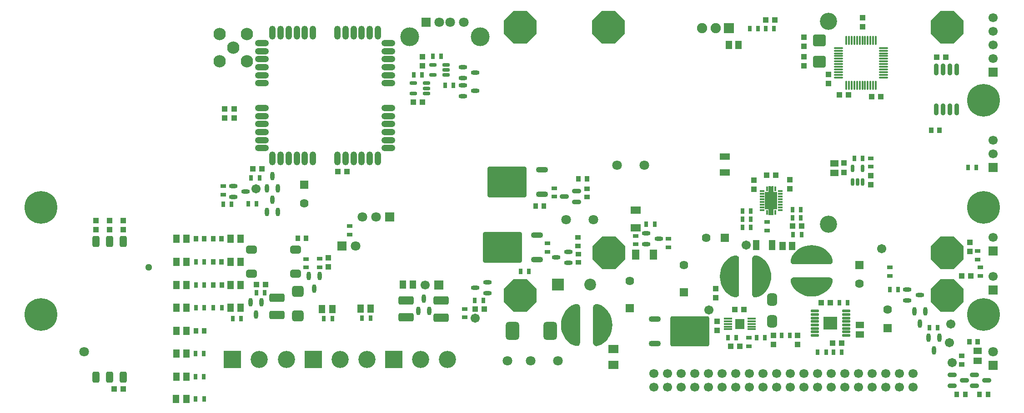
<source format=gts>
G04*
G04 #@! TF.GenerationSoftware,Altium Limited,Altium Designer,18.1.9 (240)*
G04*
G04 Layer_Color=8388736*
%FSLAX24Y24*%
%MOIN*%
G70*
G01*
G75*
%ADD48R,0.0356X0.0434*%
%ADD49R,0.0434X0.0356*%
%ADD50O,0.0671X0.0361*%
%ADD51O,0.0886X0.0433*%
G04:AMPARAMS|DCode=52|XSize=287.5mil|YSize=226.5mil|CornerRadius=14.9mil|HoleSize=0mil|Usage=FLASHONLY|Rotation=180.000|XOffset=0mil|YOffset=0mil|HoleType=Round|Shape=RoundedRectangle|*
%AMROUNDEDRECTD52*
21,1,0.2875,0.1967,0,0,180.0*
21,1,0.2577,0.2265,0,0,180.0*
1,1,0.0299,-0.1288,0.0983*
1,1,0.0299,0.1288,0.0983*
1,1,0.0299,0.1288,-0.0983*
1,1,0.0299,-0.1288,-0.0983*
%
%ADD52ROUNDEDRECTD52*%
%ADD53R,0.0493X0.0631*%
%ADD54R,0.0631X0.0493*%
G04:AMPARAMS|DCode=55|XSize=78.9mil|YSize=59.2mil|CornerRadius=16.8mil|HoleSize=0mil|Usage=FLASHONLY|Rotation=0.000|XOffset=0mil|YOffset=0mil|HoleType=Round|Shape=RoundedRectangle|*
%AMROUNDEDRECTD55*
21,1,0.0789,0.0256,0,0,0.0*
21,1,0.0453,0.0592,0,0,0.0*
1,1,0.0336,0.0226,-0.0128*
1,1,0.0336,-0.0226,-0.0128*
1,1,0.0336,-0.0226,0.0128*
1,1,0.0336,0.0226,0.0128*
%
%ADD55ROUNDEDRECTD55*%
%ADD56C,0.0671*%
G04:AMPARAMS|DCode=57|XSize=136mil|YSize=98.6mil|CornerRadius=26.6mil|HoleSize=0mil|Usage=FLASHONLY|Rotation=90.000|XOffset=0mil|YOffset=0mil|HoleType=Round|Shape=RoundedRectangle|*
%AMROUNDEDRECTD57*
21,1,0.1360,0.0453,0,0,90.0*
21,1,0.0827,0.0986,0,0,90.0*
1,1,0.0533,0.0226,0.0413*
1,1,0.0533,0.0226,-0.0413*
1,1,0.0533,-0.0226,-0.0413*
1,1,0.0533,-0.0226,0.0413*
%
%ADD57ROUNDEDRECTD57*%
%ADD58R,0.0493X0.0769*%
%ADD59R,0.0769X0.0493*%
%ADD60R,0.0433X0.0394*%
%ADD61O,0.0472X0.1024*%
%ADD62O,0.1024X0.0472*%
%ADD63R,0.0315X0.0394*%
%ADD64R,0.0394X0.0315*%
%ADD65O,0.0630X0.0320*%
%ADD66O,0.0276X0.0571*%
%ADD67R,0.0394X0.0433*%
%ADD68R,0.0610X0.0492*%
%ADD69O,0.0157X0.0669*%
%ADD70O,0.0669X0.0157*%
%ADD71O,0.0335X0.0889*%
G04:AMPARAMS|DCode=72|XSize=94.5mil|YSize=86.6mil|CornerRadius=14.4mil|HoleSize=0mil|Usage=FLASHONLY|Rotation=0.000|XOffset=0mil|YOffset=0mil|HoleType=Round|Shape=RoundedRectangle|*
%AMROUNDEDRECTD72*
21,1,0.0945,0.0579,0,0,0.0*
21,1,0.0657,0.0866,0,0,0.0*
1,1,0.0287,0.0329,-0.0289*
1,1,0.0287,-0.0329,-0.0289*
1,1,0.0287,-0.0329,0.0289*
1,1,0.0287,0.0329,0.0289*
%
%ADD72ROUNDEDRECTD72*%
%ADD73R,0.0433X0.0433*%
%ADD74R,0.0492X0.0610*%
%ADD75R,0.1004X0.0945*%
%ADD76O,0.0630X0.0217*%
%ADD77O,0.0320X0.0630*%
%ADD78O,0.0374X0.0157*%
%ADD79O,0.0157X0.0374*%
%ADD80R,0.0433X0.0827*%
%ADD81O,0.0571X0.0276*%
%ADD82R,0.0453X0.0591*%
G04:AMPARAMS|DCode=83|XSize=86.6mil|YSize=82.7mil|CornerRadius=21.7mil|HoleSize=0mil|Usage=FLASHONLY|Rotation=180.000|XOffset=0mil|YOffset=0mil|HoleType=Round|Shape=RoundedRectangle|*
%AMROUNDEDRECTD83*
21,1,0.0866,0.0394,0,0,180.0*
21,1,0.0433,0.0827,0,0,180.0*
1,1,0.0433,-0.0217,0.0197*
1,1,0.0433,0.0217,0.0197*
1,1,0.0433,0.0217,-0.0197*
1,1,0.0433,-0.0217,-0.0197*
%
%ADD83ROUNDEDRECTD83*%
G04:AMPARAMS|DCode=84|XSize=114.2mil|YSize=63mil|CornerRadius=16.7mil|HoleSize=0mil|Usage=FLASHONLY|Rotation=180.000|XOffset=0mil|YOffset=0mil|HoleType=Round|Shape=RoundedRectangle|*
%AMROUNDEDRECTD84*
21,1,0.1142,0.0295,0,0,180.0*
21,1,0.0807,0.0630,0,0,180.0*
1,1,0.0335,-0.0404,0.0148*
1,1,0.0335,0.0404,0.0148*
1,1,0.0335,0.0404,-0.0148*
1,1,0.0335,-0.0404,-0.0148*
%
%ADD84ROUNDEDRECTD84*%
%ADD85R,0.0433X0.0433*%
G04:AMPARAMS|DCode=86|XSize=90.6mil|YSize=72.8mil|CornerRadius=19.2mil|HoleSize=0mil|Usage=FLASHONLY|Rotation=90.000|XOffset=0mil|YOffset=0mil|HoleType=Round|Shape=RoundedRectangle|*
%AMROUNDEDRECTD86*
21,1,0.0906,0.0344,0,0,90.0*
21,1,0.0522,0.0728,0,0,90.0*
1,1,0.0384,0.0172,0.0261*
1,1,0.0384,0.0172,-0.0261*
1,1,0.0384,-0.0172,-0.0261*
1,1,0.0384,-0.0172,0.0261*
%
%ADD86ROUNDEDRECTD86*%
%ADD87R,0.0650X0.0768*%
%ADD88O,0.0610X0.0157*%
G04:AMPARAMS|DCode=89|XSize=55.1mil|YSize=76mil|CornerRadius=4.5mil|HoleSize=0mil|Usage=FLASHONLY|Rotation=90.000|XOffset=0mil|YOffset=0mil|HoleType=Round|Shape=RoundedRectangle|*
%AMROUNDEDRECTD89*
21,1,0.0551,0.0669,0,0,90.0*
21,1,0.0461,0.0760,0,0,90.0*
1,1,0.0091,0.0335,0.0230*
1,1,0.0091,0.0335,-0.0230*
1,1,0.0091,-0.0335,-0.0230*
1,1,0.0091,-0.0335,0.0230*
%
%ADD89ROUNDEDRECTD89*%
G04:AMPARAMS|DCode=90|XSize=55.1mil|YSize=76mil|CornerRadius=4.5mil|HoleSize=0mil|Usage=FLASHONLY|Rotation=0.000|XOffset=0mil|YOffset=0mil|HoleType=Round|Shape=RoundedRectangle|*
%AMROUNDEDRECTD90*
21,1,0.0551,0.0669,0,0,0.0*
21,1,0.0461,0.0760,0,0,0.0*
1,1,0.0091,0.0230,-0.0335*
1,1,0.0091,-0.0230,-0.0335*
1,1,0.0091,-0.0230,0.0335*
1,1,0.0091,0.0230,0.0335*
%
%ADD90ROUNDEDRECTD90*%
G04:AMPARAMS|DCode=91|XSize=283.5mil|YSize=222.4mil|CornerRadius=12.9mil|HoleSize=0mil|Usage=FLASHONLY|Rotation=0.000|XOffset=0mil|YOffset=0mil|HoleType=Round|Shape=RoundedRectangle|*
%AMROUNDEDRECTD91*
21,1,0.2835,0.1967,0,0,0.0*
21,1,0.2577,0.2224,0,0,0.0*
1,1,0.0258,0.1288,-0.0983*
1,1,0.0258,-0.1288,-0.0983*
1,1,0.0258,-0.1288,0.0983*
1,1,0.0258,0.1288,0.0983*
%
%ADD91ROUNDEDRECTD91*%
%ADD92R,0.0748X0.0591*%
G04:AMPARAMS|DCode=93|XSize=82.7mil|YSize=51.2mil|CornerRadius=13.8mil|HoleSize=0mil|Usage=FLASHONLY|Rotation=270.000|XOffset=0mil|YOffset=0mil|HoleType=Round|Shape=RoundedRectangle|*
%AMROUNDEDRECTD93*
21,1,0.0827,0.0236,0,0,270.0*
21,1,0.0551,0.0512,0,0,270.0*
1,1,0.0276,-0.0118,-0.0276*
1,1,0.0276,-0.0118,0.0276*
1,1,0.0276,0.0118,0.0276*
1,1,0.0276,0.0118,-0.0276*
%
%ADD93ROUNDEDRECTD93*%
%ADD94C,0.0710*%
%ADD95C,0.1261*%
%ADD96C,0.1379*%
%ADD97R,0.0710X0.0710*%
%ADD98R,0.0710X0.0710*%
%ADD99R,0.1261X0.1261*%
%ADD100C,0.0669*%
%ADD101C,0.0639*%
%ADD102R,0.0639X0.0639*%
%ADD103R,0.0639X0.0639*%
%ADD104R,0.0748X0.0748*%
%ADD105C,0.0748*%
%ADD106R,0.0669X0.0669*%
%ADD107C,0.0906*%
%ADD108C,0.0866*%
%ADD109R,0.0866X0.0866*%
%ADD110C,0.0512*%
%ADD111C,0.0709*%
%ADD112R,0.0669X0.0669*%
%ADD113P,0.2599X8X292.5*%
%ADD114C,0.2402*%
G36*
X40715Y7469D02*
X40723Y7470D01*
X40794Y7452D01*
X40800Y7447D01*
X40809Y7445D01*
X40868Y7401D01*
X40872Y7394D01*
X40879Y7389D01*
X40918Y7327D01*
X40919Y7319D01*
X40924Y7312D01*
X40937Y7240D01*
X40937Y7236D01*
X40938Y7232D01*
Y4626D01*
X40937Y4622D01*
X40937Y4618D01*
X40923Y4544D01*
X40919Y4537D01*
X40917Y4529D01*
X40877Y4465D01*
X40870Y4460D01*
X40866Y4453D01*
X40805Y4408D01*
X40797Y4406D01*
X40791Y4401D01*
X40718Y4382D01*
X40709Y4383D01*
X40701Y4381D01*
X40626Y4390D01*
X40623Y4392D01*
X40618Y4391D01*
X40489Y4432D01*
X40488Y4433D01*
X40486Y4433D01*
X40335Y4494D01*
X40332Y4496D01*
X40329Y4497D01*
X40189Y4580D01*
X40187Y4583D01*
X40184Y4584D01*
X40059Y4688D01*
X40058Y4689D01*
X40056Y4690D01*
X40052Y4694D01*
X40051Y4696D01*
X40050Y4696D01*
X39900Y4862D01*
X39899Y4865D01*
X39897Y4867D01*
X39771Y5051D01*
X39771Y5054D01*
X39768Y5056D01*
X39668Y5255D01*
X39668Y5258D01*
X39666Y5260D01*
X39593Y5470D01*
X39593Y5473D01*
X39592Y5476D01*
X39547Y5694D01*
X39548Y5697D01*
X39547Y5700D01*
X39532Y5922D01*
X39533Y5925D01*
X39532Y5928D01*
X39547Y6150D01*
X39548Y6153D01*
X39547Y6156D01*
X39592Y6374D01*
X39593Y6377D01*
X39593Y6380D01*
X39666Y6591D01*
X39668Y6593D01*
X39668Y6596D01*
X39768Y6795D01*
X39771Y6797D01*
X39771Y6800D01*
X39897Y6984D01*
X39899Y6985D01*
X39900Y6988D01*
X40050Y7154D01*
X40051Y7155D01*
X40052Y7156D01*
X40054Y7158D01*
X40056Y7159D01*
X40056Y7161D01*
X40183Y7266D01*
X40186Y7267D01*
X40188Y7270D01*
X40330Y7354D01*
X40333Y7355D01*
X40336Y7357D01*
X40489Y7418D01*
X40491Y7418D01*
X40492Y7419D01*
X40626Y7461D01*
X40630Y7461D01*
X40634Y7463D01*
X40707Y7472D01*
X40715Y7469D01*
D02*
G37*
G36*
X42208Y7461D02*
X42212Y7459D01*
X42216Y7459D01*
X42346Y7419D01*
X42347Y7417D01*
X42349Y7417D01*
X42500Y7357D01*
X42502Y7354D01*
X42506Y7354D01*
X42645Y7271D01*
X42648Y7268D01*
X42651Y7267D01*
X42776Y7163D01*
X42777Y7161D01*
X42779Y7161D01*
X42783Y7156D01*
X42784Y7155D01*
X42785Y7154D01*
X42934Y6988D01*
X42935Y6985D01*
X42938Y6984D01*
X43063Y6800D01*
X43064Y6797D01*
X43066Y6795D01*
X43167Y6596D01*
X43167Y6593D01*
X43169Y6591D01*
X43242Y6380D01*
X43241Y6377D01*
X43243Y6374D01*
X43287Y6156D01*
X43287Y6153D01*
X43288Y6150D01*
X43303Y5928D01*
X43302Y5925D01*
X43303Y5922D01*
X43288Y5700D01*
X43287Y5697D01*
X43287Y5694D01*
X43243Y5476D01*
X43241Y5473D01*
X43242Y5470D01*
X43169Y5260D01*
X43167Y5258D01*
X43167Y5254D01*
X43066Y5055D01*
X43064Y5053D01*
X43063Y5051D01*
X42938Y4867D01*
X42935Y4865D01*
X42934Y4862D01*
X42785Y4696D01*
X42784Y4696D01*
X42783Y4694D01*
X42781Y4692D01*
X42779Y4691D01*
X42778Y4690D01*
X42652Y4585D01*
X42648Y4584D01*
X42646Y4581D01*
X42505Y4496D01*
X42501Y4496D01*
X42499Y4493D01*
X42346Y4432D01*
X42344Y4432D01*
X42343Y4431D01*
X42209Y4389D01*
X42204Y4389D01*
X42201Y4387D01*
X42128Y4379D01*
X42120Y4381D01*
X42112Y4380D01*
X42041Y4399D01*
X42034Y4404D01*
X42026Y4406D01*
X41967Y4449D01*
X41963Y4456D01*
X41956Y4461D01*
X41917Y4523D01*
X41915Y4531D01*
X41911Y4538D01*
X41897Y4610D01*
X41898Y4614D01*
X41896Y4618D01*
Y7224D01*
X41898Y7228D01*
X41897Y7232D01*
X41911Y7306D01*
X41916Y7313D01*
X41917Y7321D01*
X41958Y7385D01*
X41964Y7390D01*
X41969Y7397D01*
X42029Y7442D01*
X42037Y7444D01*
X42044Y7449D01*
X42117Y7468D01*
X42125Y7467D01*
X42133Y7469D01*
X42208Y7461D01*
D02*
G37*
G36*
X52280Y7963D02*
X52276Y7965D01*
X52272Y7964D01*
X52142Y8005D01*
X52141Y8006D01*
X52139Y8006D01*
X51988Y8066D01*
X51986Y8069D01*
X51982Y8069D01*
X51843Y8153D01*
X51841Y8155D01*
X51837Y8157D01*
X51712Y8260D01*
X51711Y8262D01*
X51710Y8263D01*
X51705Y8267D01*
X51704Y8269D01*
X51703Y8269D01*
X51554Y8435D01*
X51553Y8438D01*
X51550Y8439D01*
X51425Y8623D01*
X51424Y8626D01*
X51422Y8628D01*
X51322Y8827D01*
X51321Y8830D01*
X51319Y8833D01*
X51247Y9043D01*
X51247Y9046D01*
X51245Y9049D01*
X51201Y9267D01*
X51201Y9270D01*
X51200Y9273D01*
X51185Y9495D01*
X51186Y9498D01*
X51185Y9501D01*
X51200Y9723D01*
X51201Y9726D01*
X51201Y9729D01*
X51245Y9947D01*
X51247Y9950D01*
X51247Y9953D01*
X51319Y10163D01*
X51321Y10166D01*
X51322Y10169D01*
X51422Y10368D01*
X51424Y10370D01*
X51425Y10373D01*
X51550Y10557D01*
X51553Y10558D01*
X51554Y10561D01*
X51703Y10727D01*
X51704Y10727D01*
X51705Y10729D01*
X51707Y10731D01*
X51709Y10732D01*
X51710Y10733D01*
X51837Y10839D01*
X51840Y10840D01*
X51842Y10843D01*
X51983Y10927D01*
X51987Y10927D01*
X51989Y10930D01*
X52142Y10991D01*
X52144Y10991D01*
X52145Y10992D01*
X52280Y11034D01*
X52284Y11034D01*
X52287Y11036D01*
X52360Y11044D01*
X52368Y11042D01*
X52376Y11043D01*
X52447Y11024D01*
X52454Y11019D01*
X52462Y11017D01*
X52521Y10974D01*
X52525Y10967D01*
X52532Y10962D01*
X52571Y10900D01*
X52573Y10892D01*
X52577Y10885D01*
X52591Y10813D01*
X52590Y10809D01*
X52592Y10805D01*
Y8199D01*
X52590Y8195D01*
X52591Y8191D01*
X52577Y8117D01*
X52572Y8110D01*
X52571Y8102D01*
X52531Y8038D01*
X52524Y8033D01*
X52520Y8026D01*
X52459Y7981D01*
X52451Y7979D01*
X52444Y7974D01*
X52371Y7955D01*
X52363Y7956D01*
X52355Y7954D01*
X52280Y7963D01*
D02*
G37*
G36*
X55114Y16122D02*
X55122Y16098D01*
Y15701D01*
X55358D01*
X55378Y15697D01*
X55386Y15677D01*
Y14437D01*
X55378Y14425D01*
X55366Y14417D01*
X55122D01*
Y14008D01*
X55114Y13992D01*
X55098Y13982D01*
X55000D01*
X54969Y13995D01*
X54957Y14026D01*
Y14268D01*
X54925D01*
Y14026D01*
X54913Y13995D01*
X54882Y13982D01*
X54783D01*
X54772Y13992D01*
X54764Y14008D01*
X54760Y14020D01*
Y14417D01*
X54516D01*
X54504Y14425D01*
X54496Y14437D01*
Y15681D01*
X54504Y15693D01*
X54520Y15701D01*
X54760D01*
Y16106D01*
X54764Y16118D01*
X54772Y16130D01*
X54783Y16136D01*
X54882D01*
X54913Y16123D01*
X54925Y16093D01*
Y15850D01*
X54957D01*
Y16093D01*
X54969Y16123D01*
X55000Y16136D01*
X55098D01*
X55114Y16122D01*
D02*
G37*
G36*
X58139Y11772D02*
X58141Y11771D01*
X58144Y11772D01*
X58363Y11727D01*
X58365Y11726D01*
X58368Y11726D01*
X58579Y11653D01*
X58581Y11651D01*
X58584Y11651D01*
X58783Y11551D01*
X58785Y11548D01*
X58788Y11548D01*
X58972Y11422D01*
X58974Y11419D01*
X58977Y11418D01*
X59142Y11269D01*
X59143Y11268D01*
X59144Y11267D01*
X59147Y11265D01*
X59147Y11263D01*
X59149Y11263D01*
X59254Y11136D01*
X59255Y11133D01*
X59258Y11130D01*
X59342Y10989D01*
X59343Y10985D01*
X59345Y10983D01*
X59406Y10830D01*
X59406Y10828D01*
X59408Y10827D01*
X59450Y10693D01*
X59449Y10689D01*
X59451Y10685D01*
X59460Y10612D01*
X59457Y10604D01*
X59459Y10596D01*
X59440Y10525D01*
X59435Y10518D01*
X59433Y10510D01*
X59389Y10451D01*
X59382Y10447D01*
X59378Y10440D01*
X59315Y10401D01*
X59307Y10400D01*
X59300Y10395D01*
X59228Y10381D01*
X59224Y10382D01*
X59220Y10381D01*
X56614D01*
X56611Y10382D01*
X56606Y10381D01*
X56532Y10396D01*
X56525Y10400D01*
X56517Y10401D01*
X56453Y10442D01*
X56448Y10449D01*
X56441Y10453D01*
X56397Y10514D01*
X56395Y10522D01*
X56390Y10528D01*
X56370Y10601D01*
X56371Y10610D01*
X56369Y10617D01*
X56378Y10693D01*
X56380Y10696D01*
X56380Y10700D01*
X56420Y10830D01*
X56421Y10831D01*
X56421Y10833D01*
X56482Y10984D01*
X56484Y10987D01*
X56485Y10990D01*
X56568Y11130D01*
X56571Y11132D01*
X56572Y11135D01*
X56676Y11260D01*
X56677Y11261D01*
X56678Y11263D01*
X56683Y11267D01*
X56684Y11268D01*
X56685Y11269D01*
X56850Y11418D01*
X56853Y11419D01*
X56855Y11422D01*
X57039Y11548D01*
X57042Y11548D01*
X57044Y11551D01*
X57243Y11651D01*
X57246Y11651D01*
X57248Y11653D01*
X57459Y11726D01*
X57462Y11726D01*
X57464Y11727D01*
X57682Y11772D01*
X57685Y11771D01*
X57688Y11772D01*
X57911Y11787D01*
X57913Y11786D01*
X57916Y11787D01*
X58139Y11772D01*
D02*
G37*
G36*
X53862Y11034D02*
X53866Y11031D01*
X53870Y11032D01*
X53999Y10991D01*
X54001Y10990D01*
X54002Y10990D01*
X54153Y10930D01*
X54156Y10927D01*
X54159Y10927D01*
X54299Y10843D01*
X54301Y10841D01*
X54305Y10840D01*
X54430Y10736D01*
X54430Y10734D01*
X54432Y10733D01*
X54437Y10729D01*
X54437Y10727D01*
X54439Y10727D01*
X54588Y10561D01*
X54589Y10558D01*
X54591Y10557D01*
X54717Y10373D01*
X54718Y10370D01*
X54720Y10368D01*
X54820Y10169D01*
X54820Y10166D01*
X54822Y10163D01*
X54895Y9953D01*
X54895Y9950D01*
X54897Y9947D01*
X54941Y9729D01*
X54940Y9726D01*
X54942Y9723D01*
X54956Y9501D01*
X54956Y9498D01*
X54956Y9495D01*
X54942Y9273D01*
X54940Y9270D01*
X54941Y9267D01*
X54897Y9049D01*
X54895Y9046D01*
X54895Y9043D01*
X54822Y8833D01*
X54820Y8830D01*
X54820Y8827D01*
X54720Y8628D01*
X54718Y8626D01*
X54717Y8623D01*
X54591Y8439D01*
X54589Y8438D01*
X54588Y8435D01*
X54439Y8269D01*
X54437Y8269D01*
X54437Y8267D01*
X54434Y8265D01*
X54433Y8264D01*
X54432Y8263D01*
X54305Y8157D01*
X54302Y8156D01*
X54300Y8154D01*
X54158Y8069D01*
X54155Y8069D01*
X54152Y8066D01*
X53999Y8005D01*
X53998Y8005D01*
X53996Y8004D01*
X53862Y7962D01*
X53858Y7962D01*
X53854Y7960D01*
X53781Y7952D01*
X53773Y7954D01*
X53765Y7953D01*
X53694Y7972D01*
X53688Y7977D01*
X53680Y7979D01*
X53621Y8022D01*
X53616Y8029D01*
X53610Y8034D01*
X53570Y8096D01*
X53569Y8104D01*
X53564Y8111D01*
X53551Y8183D01*
X53552Y8187D01*
X53550Y8191D01*
Y10797D01*
X53552Y10801D01*
X53551Y10805D01*
X53565Y10879D01*
X53569Y10886D01*
X53571Y10894D01*
X53611Y10958D01*
X53618Y10963D01*
X53622Y10970D01*
X53683Y11015D01*
X53691Y11017D01*
X53698Y11022D01*
X53771Y11041D01*
X53779Y11040D01*
X53787Y11042D01*
X53862Y11034D01*
D02*
G37*
G36*
X59216Y9421D02*
X59220Y9422D01*
X59295Y9408D01*
X59302Y9403D01*
X59310Y9402D01*
X59374Y9361D01*
X59378Y9355D01*
X59385Y9350D01*
X59430Y9289D01*
X59432Y9281D01*
X59437Y9275D01*
X59456Y9202D01*
X59455Y9194D01*
X59458Y9186D01*
X59449Y9111D01*
X59447Y9107D01*
X59447Y9103D01*
X59407Y8973D01*
X59406Y8972D01*
X59406Y8970D01*
X59345Y8819D01*
X59343Y8817D01*
X59342Y8813D01*
X59259Y8673D01*
X59256Y8671D01*
X59255Y8668D01*
X59151Y8543D01*
X59149Y8542D01*
X59149Y8540D01*
X59144Y8536D01*
X59143Y8535D01*
X59142Y8534D01*
X58977Y8385D01*
X58974Y8384D01*
X58972Y8381D01*
X58788Y8255D01*
X58785Y8255D01*
X58783Y8253D01*
X58584Y8152D01*
X58581Y8152D01*
X58579Y8150D01*
X58368Y8077D01*
X58365Y8077D01*
X58363Y8076D01*
X58144Y8032D01*
X58141Y8032D01*
X58139Y8031D01*
X57916Y8016D01*
X57913Y8017D01*
X57910Y8016D01*
X57688Y8031D01*
X57685Y8032D01*
X57682Y8032D01*
X57464Y8076D01*
X57462Y8077D01*
X57459Y8077D01*
X57248Y8150D01*
X57246Y8152D01*
X57243Y8152D01*
X57044Y8253D01*
X57042Y8255D01*
X57039Y8255D01*
X56855Y8381D01*
X56853Y8384D01*
X56850Y8385D01*
X56685Y8534D01*
X56684Y8535D01*
X56683Y8536D01*
X56680Y8538D01*
X56680Y8540D01*
X56678Y8541D01*
X56573Y8667D01*
X56572Y8671D01*
X56569Y8673D01*
X56485Y8814D01*
X56484Y8818D01*
X56482Y8820D01*
X56420Y8973D01*
X56420Y8975D01*
X56419Y8976D01*
X56377Y9110D01*
X56378Y9115D01*
X56376Y9118D01*
X56367Y9191D01*
X56369Y9199D01*
X56368Y9207D01*
X56387Y9278D01*
X56392Y9285D01*
X56394Y9293D01*
X56437Y9352D01*
X56444Y9356D01*
X56449Y9363D01*
X56511Y9402D01*
X56519Y9403D01*
X56526Y9408D01*
X56598Y9422D01*
X56603Y9421D01*
X56607Y9422D01*
X59212D01*
X59216Y9421D01*
D02*
G37*
D48*
X13376Y12257D02*
D03*
X12766D02*
D03*
X38278Y14665D02*
D03*
X37668D02*
D03*
X41437Y16663D02*
D03*
X40827D02*
D03*
X69173Y817D02*
D03*
X68563D02*
D03*
X70837D02*
D03*
X70227D02*
D03*
X67283Y20226D02*
D03*
X66673D02*
D03*
X69488Y4709D02*
D03*
X70098D02*
D03*
X20236Y12283D02*
D03*
X20846D02*
D03*
X12766Y5506D02*
D03*
X13376D02*
D03*
X14656Y12248D02*
D03*
X14046D02*
D03*
X14656Y10572D02*
D03*
X14046D02*
D03*
X14675Y8867D02*
D03*
X14065D02*
D03*
D49*
X40797Y12352D02*
D03*
Y11742D02*
D03*
X41437Y15945D02*
D03*
Y15335D02*
D03*
X40807Y10522D02*
D03*
Y11132D02*
D03*
X68907Y3652D02*
D03*
Y3042D02*
D03*
D50*
X40684Y14951D02*
D03*
Y15751D02*
D03*
X39774Y15351D02*
D03*
X68214Y2264D02*
D03*
Y1464D02*
D03*
X69124Y1864D02*
D03*
X69838Y2272D02*
D03*
Y1472D02*
D03*
X70748Y1872D02*
D03*
D51*
X38140Y17315D02*
D03*
Y15520D02*
D03*
X37795Y12531D02*
D03*
Y10736D02*
D03*
X46427Y6360D02*
D03*
Y4565D02*
D03*
D52*
X35581Y16417D02*
D03*
X35236Y11634D02*
D03*
D53*
X22766Y7106D02*
D03*
X22018D02*
D03*
X15315Y8877D02*
D03*
X16063D02*
D03*
X12088Y12248D02*
D03*
X11340D02*
D03*
X12087Y5506D02*
D03*
X11339D02*
D03*
X15315Y12254D02*
D03*
X16063D02*
D03*
X15315Y10571D02*
D03*
X16063D02*
D03*
X15315Y7192D02*
D03*
X16063D02*
D03*
X25581Y7116D02*
D03*
X24833D02*
D03*
D54*
X70098Y4045D02*
D03*
Y3297D02*
D03*
D55*
X16860Y9685D02*
D03*
Y11457D02*
D03*
X20089Y9685D02*
D03*
Y11457D02*
D03*
D56*
X17185Y15915D02*
D03*
X33234Y6437D02*
D03*
X53130Y11801D02*
D03*
X50374Y7018D02*
D03*
X68130Y6004D02*
D03*
X68022Y4636D02*
D03*
X68199Y3169D02*
D03*
X63061Y11526D02*
D03*
D57*
X35984Y5512D02*
D03*
X38740D02*
D03*
D58*
X53858Y11782D02*
D03*
X55000D02*
D03*
D59*
X51545Y18287D02*
D03*
Y17146D02*
D03*
D60*
X67069Y25581D02*
D03*
X67739D02*
D03*
X55226Y28327D02*
D03*
X54557D02*
D03*
X33903Y7106D02*
D03*
X33233D02*
D03*
X62992Y22709D02*
D03*
X62323D02*
D03*
X59961Y22817D02*
D03*
X60630D02*
D03*
X59449Y4596D02*
D03*
X60118D02*
D03*
X58612Y7559D02*
D03*
X59282D02*
D03*
X54626Y16939D02*
D03*
X55295D02*
D03*
X56516Y13199D02*
D03*
X57185D02*
D03*
X68917Y9547D02*
D03*
X69587D02*
D03*
X29390Y22313D02*
D03*
X28720D02*
D03*
X23169Y17185D02*
D03*
X23839D02*
D03*
X16939Y17382D02*
D03*
X17608D02*
D03*
X17874Y8898D02*
D03*
X17205D02*
D03*
X51968Y4374D02*
D03*
X52638D02*
D03*
X52943Y7080D02*
D03*
X52274D02*
D03*
X6770Y1230D02*
D03*
X7440D02*
D03*
D61*
X26111Y27402D02*
D03*
Y18150D02*
D03*
X18985Y27402D02*
D03*
X18394D02*
D03*
X19576D02*
D03*
X20166D02*
D03*
X20757D02*
D03*
X21347D02*
D03*
X24930D02*
D03*
X23158D02*
D03*
X23749D02*
D03*
X24339D02*
D03*
X25520D02*
D03*
X19576Y18150D02*
D03*
X18985D02*
D03*
X18394D02*
D03*
X21347D02*
D03*
X20757D02*
D03*
X20166D02*
D03*
X25520D02*
D03*
X24930D02*
D03*
X24339D02*
D03*
X23749D02*
D03*
X23158D02*
D03*
D62*
X17627Y18917D02*
D03*
Y21870D02*
D03*
Y24862D02*
D03*
X26879Y18917D02*
D03*
Y21870D02*
D03*
Y24862D02*
D03*
X17627Y19508D02*
D03*
Y20098D02*
D03*
Y20689D02*
D03*
Y21280D02*
D03*
Y23681D02*
D03*
Y24272D02*
D03*
Y25453D02*
D03*
Y26043D02*
D03*
Y26634D02*
D03*
X26879Y19508D02*
D03*
Y20098D02*
D03*
Y20689D02*
D03*
Y21280D02*
D03*
Y23681D02*
D03*
Y24272D02*
D03*
Y26043D02*
D03*
Y25453D02*
D03*
Y26634D02*
D03*
D63*
X36585Y9852D02*
D03*
X37195D02*
D03*
X24961Y6417D02*
D03*
X25571D02*
D03*
X14065Y7202D02*
D03*
X14675D02*
D03*
X61053Y18179D02*
D03*
X61663D02*
D03*
X53368Y27697D02*
D03*
X53978D02*
D03*
X54550D02*
D03*
X55160D02*
D03*
X33224Y7717D02*
D03*
X33834D02*
D03*
X58966Y3937D02*
D03*
X58356D02*
D03*
X60118D02*
D03*
X59508D02*
D03*
X60551Y7560D02*
D03*
X59941D02*
D03*
X63652Y8533D02*
D03*
X64262D02*
D03*
X66546Y5728D02*
D03*
X67156D02*
D03*
X52835Y13100D02*
D03*
X53445D02*
D03*
X52835Y13701D02*
D03*
X53445D02*
D03*
X52835Y14301D02*
D03*
X53445D02*
D03*
X57126Y14400D02*
D03*
X56516D02*
D03*
X57126Y13799D02*
D03*
X56516D02*
D03*
X57175Y12580D02*
D03*
X56565D02*
D03*
X69980Y17500D02*
D03*
X69370D02*
D03*
X31044Y23533D02*
D03*
X31654D02*
D03*
X30138Y25650D02*
D03*
X30748D02*
D03*
X28750Y24281D02*
D03*
X29360D02*
D03*
X14784Y14793D02*
D03*
X15394D02*
D03*
X17224Y14823D02*
D03*
X16614D02*
D03*
X17441Y16742D02*
D03*
X16831D02*
D03*
X13356Y2126D02*
D03*
X12746D02*
D03*
X13376Y8867D02*
D03*
X12766D02*
D03*
X13376Y10572D02*
D03*
X12766D02*
D03*
X13376Y7202D02*
D03*
X12766D02*
D03*
X13356Y3821D02*
D03*
X12746D02*
D03*
X13366Y482D02*
D03*
X12756D02*
D03*
X17199Y8287D02*
D03*
X17809D02*
D03*
X16092Y6388D02*
D03*
X15482D02*
D03*
X22156Y6407D02*
D03*
X22766D02*
D03*
X55709Y5178D02*
D03*
X56319D02*
D03*
X54488Y4983D02*
D03*
X53878D02*
D03*
X51788Y5013D02*
D03*
X52398D02*
D03*
X46407Y13337D02*
D03*
X45797D02*
D03*
D64*
X38558Y11919D02*
D03*
Y11309D02*
D03*
X62264Y18179D02*
D03*
Y17569D02*
D03*
X32485Y7106D02*
D03*
Y6496D02*
D03*
X63652Y10157D02*
D03*
Y9547D02*
D03*
X54646Y12874D02*
D03*
Y13484D02*
D03*
X70266Y9538D02*
D03*
Y10148D02*
D03*
X70098Y11348D02*
D03*
Y10738D02*
D03*
X24065Y13189D02*
D03*
Y12579D02*
D03*
X14793Y15512D02*
D03*
Y16122D02*
D03*
X39045Y15964D02*
D03*
Y15354D02*
D03*
X21851Y10177D02*
D03*
Y10787D02*
D03*
X20837Y10758D02*
D03*
Y10148D02*
D03*
X53317Y4983D02*
D03*
Y4373D02*
D03*
X47421Y12254D02*
D03*
Y11644D02*
D03*
X45010Y11870D02*
D03*
Y12480D02*
D03*
D65*
X39183Y10902D02*
D03*
X40093Y11302D02*
D03*
Y10502D02*
D03*
X34144Y9078D02*
D03*
Y8278D02*
D03*
X33234Y8678D02*
D03*
X65836Y8133D02*
D03*
X64926Y7733D02*
D03*
Y8533D02*
D03*
X33243Y24475D02*
D03*
X32333Y24075D02*
D03*
Y24875D02*
D03*
X33243Y23133D02*
D03*
X32333Y22733D02*
D03*
Y23533D02*
D03*
X16427Y15722D02*
D03*
X15517Y15322D02*
D03*
Y16122D02*
D03*
X46702Y12259D02*
D03*
X45792Y11859D02*
D03*
Y12659D02*
D03*
D66*
X61663Y16435D02*
D03*
Y17419D02*
D03*
X60915Y16435D02*
D03*
Y17419D02*
D03*
X61289Y16435D02*
D03*
D67*
X60276Y17815D02*
D03*
Y17146D02*
D03*
X62264Y16240D02*
D03*
Y16909D02*
D03*
X61644Y28494D02*
D03*
Y27825D02*
D03*
X57363Y26390D02*
D03*
Y27059D02*
D03*
X57362Y25642D02*
D03*
Y24973D02*
D03*
X59163Y24323D02*
D03*
Y23654D02*
D03*
X56308Y15915D02*
D03*
Y16585D02*
D03*
X53681Y15886D02*
D03*
Y16555D02*
D03*
X69508Y11998D02*
D03*
Y11329D02*
D03*
X29370Y25630D02*
D03*
Y24961D02*
D03*
X22472Y10866D02*
D03*
Y10197D02*
D03*
X56890Y5168D02*
D03*
Y4499D02*
D03*
X55128Y5168D02*
D03*
Y4499D02*
D03*
X50881Y8593D02*
D03*
Y7923D02*
D03*
X50984Y6204D02*
D03*
Y5535D02*
D03*
X5442Y13612D02*
D03*
Y12943D02*
D03*
X6436Y13612D02*
D03*
Y12943D02*
D03*
X7440Y13593D02*
D03*
Y12923D02*
D03*
X15581Y21142D02*
D03*
Y21811D02*
D03*
X14882Y21142D02*
D03*
Y21811D02*
D03*
D68*
X59567Y17096D02*
D03*
Y17805D02*
D03*
X61447Y5236D02*
D03*
Y5945D02*
D03*
D69*
X60453Y23536D02*
D03*
X60650D02*
D03*
X60846D02*
D03*
X61043D02*
D03*
X61240D02*
D03*
X61437D02*
D03*
X61634D02*
D03*
X61831D02*
D03*
X62028D02*
D03*
X62224D02*
D03*
Y26843D02*
D03*
X62028D02*
D03*
X61831D02*
D03*
X61634D02*
D03*
X61437D02*
D03*
X61240D02*
D03*
X61043D02*
D03*
X60846D02*
D03*
X60650D02*
D03*
X60453D02*
D03*
X62421Y23536D02*
D03*
X62618D02*
D03*
Y26843D02*
D03*
X62421D02*
D03*
D70*
X63189Y24107D02*
D03*
Y24304D02*
D03*
Y24500D02*
D03*
Y24697D02*
D03*
Y24894D02*
D03*
Y25485D02*
D03*
Y25681D02*
D03*
Y25878D02*
D03*
Y26075D02*
D03*
Y26272D02*
D03*
Y25091D02*
D03*
Y25288D02*
D03*
X59882Y24894D02*
D03*
Y24697D02*
D03*
Y24500D02*
D03*
Y24304D02*
D03*
Y24107D02*
D03*
Y26272D02*
D03*
Y26075D02*
D03*
Y25878D02*
D03*
Y25681D02*
D03*
Y25485D02*
D03*
Y25288D02*
D03*
Y25091D02*
D03*
D71*
X68061Y24702D02*
D03*
Y21752D02*
D03*
X67061Y24702D02*
D03*
X67561D02*
D03*
X68561D02*
D03*
X67061Y21752D02*
D03*
X67561D02*
D03*
X68561D02*
D03*
D72*
X58474Y26843D02*
D03*
Y25268D02*
D03*
D73*
X57913Y8852D02*
D03*
Y10952D02*
D03*
D74*
X55778Y11722D02*
D03*
X56486D02*
D03*
X52549Y26506D02*
D03*
X51841D02*
D03*
D75*
X59291Y6063D02*
D03*
D76*
X60433Y6959D02*
D03*
Y6703D02*
D03*
Y6447D02*
D03*
Y6191D02*
D03*
Y5935D02*
D03*
Y5679D02*
D03*
Y5423D02*
D03*
Y5167D02*
D03*
X58150D02*
D03*
Y5423D02*
D03*
Y5679D02*
D03*
Y5935D02*
D03*
Y6191D02*
D03*
Y6447D02*
D03*
Y6703D02*
D03*
Y6959D02*
D03*
D77*
X65840Y6014D02*
D03*
X65440Y6924D02*
D03*
X66240D02*
D03*
X66870Y4075D02*
D03*
X66470Y4985D02*
D03*
X67270D02*
D03*
X18392Y15131D02*
D03*
X18792Y14221D02*
D03*
X17992D02*
D03*
X18389Y16875D02*
D03*
X18789Y15965D02*
D03*
X17989D02*
D03*
X16789Y7610D02*
D03*
X17589D02*
D03*
X17189Y6700D02*
D03*
X21450Y8613D02*
D03*
X21050Y9523D02*
D03*
X21850D02*
D03*
X29474Y7864D02*
D03*
X29874Y6954D02*
D03*
X29074D02*
D03*
D78*
X54272Y15748D02*
D03*
Y15551D02*
D03*
Y15354D02*
D03*
Y15157D02*
D03*
Y14961D02*
D03*
Y14764D02*
D03*
Y14567D02*
D03*
Y14370D02*
D03*
X55610D02*
D03*
Y14567D02*
D03*
Y14764D02*
D03*
Y14961D02*
D03*
Y15157D02*
D03*
Y15354D02*
D03*
Y15551D02*
D03*
Y15748D02*
D03*
D79*
X54646Y14193D02*
D03*
X55236D02*
D03*
X54646Y15925D02*
D03*
X55236D02*
D03*
D80*
X54941Y15059D02*
D03*
D81*
X31122Y25039D02*
D03*
X30138D02*
D03*
X31122Y24291D02*
D03*
X30138D02*
D03*
X31122Y24665D02*
D03*
X29695Y23681D02*
D03*
X28711D02*
D03*
X29695Y22933D02*
D03*
X28711D02*
D03*
X29695Y23307D02*
D03*
D82*
X11339Y2126D02*
D03*
X12087D02*
D03*
X11339Y8877D02*
D03*
X12087D02*
D03*
X11340Y10562D02*
D03*
X12088D02*
D03*
X11339Y7192D02*
D03*
X12087D02*
D03*
X11339Y3821D02*
D03*
X12087D02*
D03*
X11329Y482D02*
D03*
X12077D02*
D03*
X27940Y8888D02*
D03*
X28688D02*
D03*
D83*
X20236Y8396D02*
D03*
Y6585D02*
D03*
D84*
X18730Y7933D02*
D03*
Y6673D02*
D03*
X28188Y6486D02*
D03*
Y7746D02*
D03*
X30757Y6467D02*
D03*
Y7726D02*
D03*
D85*
X52021Y9498D02*
D03*
X54121D02*
D03*
X42467Y5925D02*
D03*
X40367D02*
D03*
D86*
X55020Y6181D02*
D03*
Y7795D02*
D03*
D87*
X52648Y6008D02*
D03*
D88*
X53514Y6402D02*
D03*
Y6205D02*
D03*
Y6008D02*
D03*
Y5811D02*
D03*
Y5615D02*
D03*
X51782D02*
D03*
Y5811D02*
D03*
Y6008D02*
D03*
Y6205D02*
D03*
Y6402D02*
D03*
D89*
X45009Y13080D02*
D03*
Y14380D02*
D03*
D90*
Y11104D02*
D03*
X46309D02*
D03*
D91*
X48986Y5463D02*
D03*
D92*
X43376Y3012D02*
D03*
Y4154D02*
D03*
D93*
X6438Y2105D02*
D03*
Y12055D02*
D03*
X7438Y2105D02*
D03*
X5438D02*
D03*
X7438Y12055D02*
D03*
X5438D02*
D03*
D94*
X35630Y3287D02*
D03*
X39311D02*
D03*
X37311D02*
D03*
X41919Y13652D02*
D03*
X39919D02*
D03*
X45652Y17667D02*
D03*
X43652D02*
D03*
X30630Y28179D02*
D03*
X31417D02*
D03*
X32402D02*
D03*
X71229Y3972D02*
D03*
X24994Y13878D02*
D03*
X25994D02*
D03*
X24498Y11732D02*
D03*
D95*
X59144Y28219D02*
D03*
Y13327D02*
D03*
X17431Y3406D02*
D03*
X19400D02*
D03*
X23337D02*
D03*
X25305D02*
D03*
X29242D02*
D03*
X31211D02*
D03*
D96*
X28435Y27106D02*
D03*
X33622D02*
D03*
D97*
X29646Y28179D02*
D03*
X26994Y13878D02*
D03*
X23498Y11732D02*
D03*
D98*
X71229Y2972D02*
D03*
D99*
X15463Y3406D02*
D03*
X21368D02*
D03*
X27274D02*
D03*
D100*
X61357Y2362D02*
D03*
Y1362D02*
D03*
X62357Y2362D02*
D03*
Y1362D02*
D03*
X63357Y2362D02*
D03*
Y1362D02*
D03*
X64357D02*
D03*
Y2362D02*
D03*
X65357Y1362D02*
D03*
Y2362D02*
D03*
X56357D02*
D03*
Y1362D02*
D03*
X57357Y2362D02*
D03*
Y1362D02*
D03*
X58357Y2362D02*
D03*
Y1362D02*
D03*
X59357D02*
D03*
Y2362D02*
D03*
X60357Y1362D02*
D03*
Y2362D02*
D03*
X51357D02*
D03*
Y1362D02*
D03*
X52357Y2362D02*
D03*
Y1362D02*
D03*
X53357Y2362D02*
D03*
Y1362D02*
D03*
X54357D02*
D03*
Y2362D02*
D03*
X55357Y1362D02*
D03*
Y2362D02*
D03*
X46357D02*
D03*
Y1362D02*
D03*
X47357Y2362D02*
D03*
Y1362D02*
D03*
X48357Y2362D02*
D03*
Y1362D02*
D03*
X49357D02*
D03*
Y2362D02*
D03*
X50357Y1362D02*
D03*
Y2362D02*
D03*
X71229Y9494D02*
D03*
Y12362D02*
D03*
X71201Y28484D02*
D03*
Y25484D02*
D03*
Y27484D02*
D03*
Y26484D02*
D03*
X71229Y18490D02*
D03*
Y19490D02*
D03*
X29593Y8878D02*
D03*
D101*
X20728Y14862D02*
D03*
X61417Y8961D02*
D03*
X63474Y7067D02*
D03*
X50167Y12333D02*
D03*
X48553Y10317D02*
D03*
X44587Y9169D02*
D03*
D102*
X20728Y16240D02*
D03*
X61417Y10339D02*
D03*
X63474Y5689D02*
D03*
X48553Y8317D02*
D03*
X44587Y7169D02*
D03*
D103*
X51545Y12333D02*
D03*
D104*
X51856Y27717D02*
D03*
D105*
X49888D02*
D03*
X50872D02*
D03*
D106*
X71229Y8494D02*
D03*
Y11362D02*
D03*
X71201Y24484D02*
D03*
X71229Y17490D02*
D03*
D107*
X14524Y25283D02*
D03*
Y27283D02*
D03*
X16524Y25283D02*
D03*
Y27283D02*
D03*
X15524Y26283D02*
D03*
D108*
X41673Y8907D02*
D03*
D109*
X39311D02*
D03*
D110*
X9300Y10177D02*
D03*
D111*
X4576Y3957D02*
D03*
D112*
X30593Y8878D02*
D03*
D113*
X67843Y11240D02*
D03*
X43040Y11230D02*
D03*
X43020Y27785D02*
D03*
X67853Y27785D02*
D03*
Y8100D02*
D03*
X36554Y27785D02*
D03*
Y8100D02*
D03*
D114*
X1404Y14571D02*
D03*
X70499D02*
D03*
X70499Y22445D02*
D03*
Y6697D02*
D03*
X1404D02*
D03*
M02*

</source>
